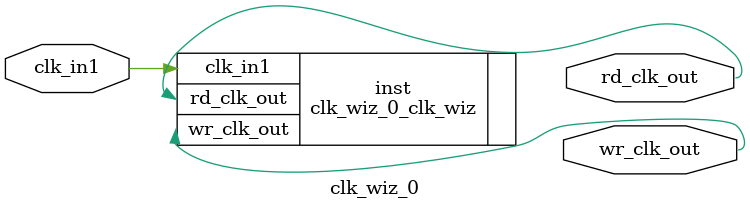
<source format=v>


`timescale 1ps/1ps

(* CORE_GENERATION_INFO = "clk_wiz_0,clk_wiz_v6_0_11_0_0,{component_name=clk_wiz_0,use_phase_alignment=true,use_min_o_jitter=false,use_max_i_jitter=false,use_dyn_phase_shift=false,use_inclk_switchover=false,use_dyn_reconfig=false,enable_axi=0,feedback_source=FDBK_AUTO,PRIMITIVE=MMCM,num_out_clk=2,clkin1_period=10.000,clkin2_period=10.000,use_power_down=false,use_reset=false,use_locked=false,use_inclk_stopped=false,feedback_type=SINGLE,CLOCK_MGR_TYPE=NA,manual_override=false}" *)

module clk_wiz_0 
 (
  // Clock out ports
  output        wr_clk_out,
  output        rd_clk_out,
 // Clock in ports
  input         clk_in1
 );

  clk_wiz_0_clk_wiz inst
  (
  // Clock out ports  
  .wr_clk_out(wr_clk_out),
  .rd_clk_out(rd_clk_out),
 // Clock in ports
  .clk_in1(clk_in1)
  );

endmodule

</source>
